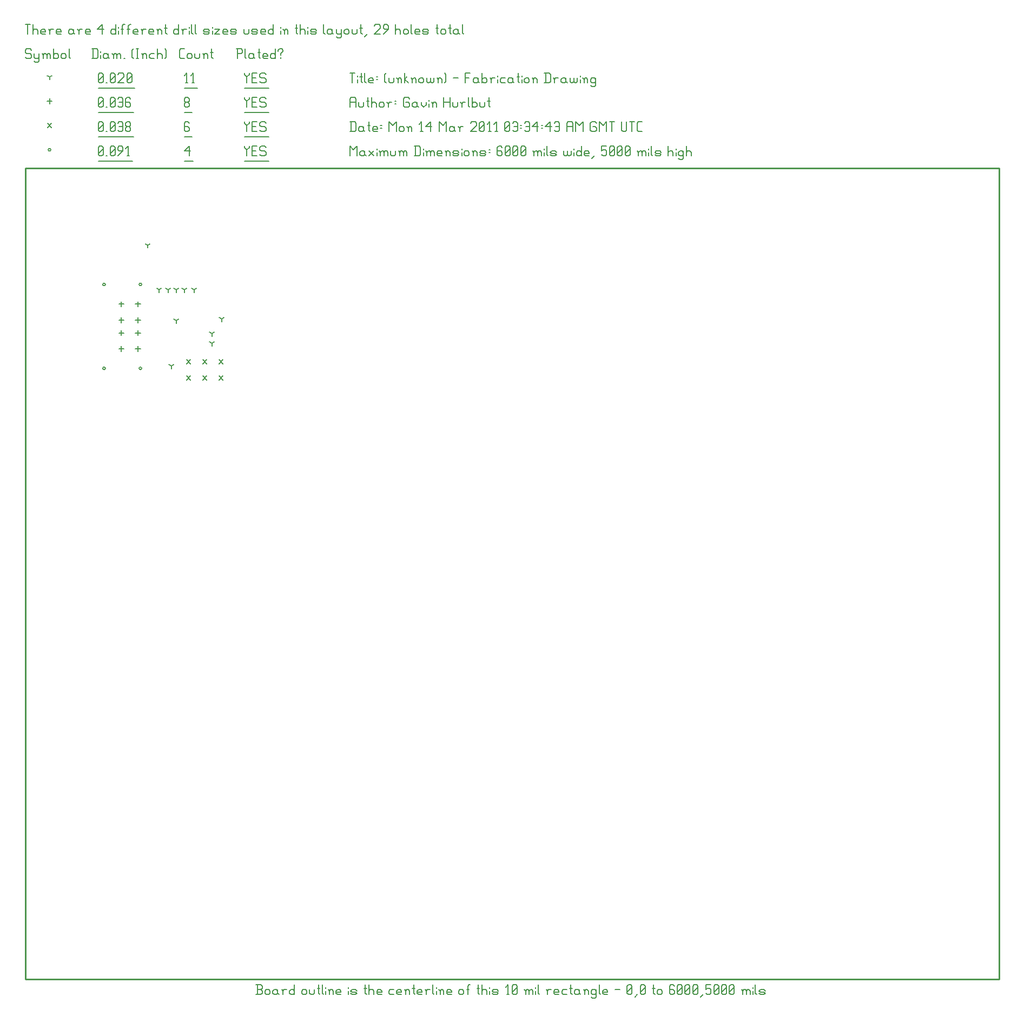
<source format=gbr>
G04 start of page 11 for group -3984 idx -3984 *
G04 Title: (unknown), fab *
G04 Creator: pcb 20091103 *
G04 CreationDate: Mon 14 Mar 2011 03:34:43 AM GMT UTC *
G04 For: gjhurlbu *
G04 Format: Gerber/RS-274X *
G04 PCB-Dimensions: 600000 500000 *
G04 PCB-Coordinate-Origin: lower left *
%MOIN*%
%FSLAX25Y25*%
%LNFAB*%
%ADD11C,0.0100*%
%ADD31R,0.0080X0.0080*%
%ADD32C,0.0060*%
G54D31*X70154Y428222D02*G75*G03X71754Y428222I800J0D01*G01*
G75*G03X70154Y428222I-800J0D01*G01*
X47754D02*G75*G03X49354Y428222I800J0D01*G01*
G75*G03X47754Y428222I-800J0D01*G01*
X70154Y376522D02*G75*G03X71754Y376522I800J0D01*G01*
G75*G03X70154Y376522I-800J0D01*G01*
X47754D02*G75*G03X49354Y376522I800J0D01*G01*
G75*G03X47754Y376522I-800J0D01*G01*
X14200Y511250D02*G75*G03X15800Y511250I800J0D01*G01*
G75*G03X14200Y511250I-800J0D01*G01*
G54D32*X135000Y513500D02*Y512750D01*
X136500Y511250D01*
X138000Y512750D01*
Y513500D02*Y512750D01*
X136500Y511250D02*Y507500D01*
X139801Y510500D02*X142051D01*
X139801Y507500D02*X142801D01*
X139801Y513500D02*Y507500D01*
Y513500D02*X142801D01*
X147603D02*X148353Y512750D01*
X145353Y513500D02*X147603D01*
X144603Y512750D02*X145353Y513500D01*
X144603Y512750D02*Y511250D01*
X145353Y510500D01*
X147603D01*
X148353Y509750D01*
Y508250D01*
X147603Y507500D02*X148353Y508250D01*
X145353Y507500D02*X147603D01*
X144603Y508250D02*X145353Y507500D01*
X135000Y504249D02*X150154D01*
X98000Y510500D02*X101000Y513500D01*
X98000Y510500D02*X101750D01*
X101000Y513500D02*Y507500D01*
X98000Y504249D02*X103551D01*
X45000Y508250D02*X45750Y507500D01*
X45000Y512750D02*Y508250D01*
Y512750D02*X45750Y513500D01*
X47250D01*
X48000Y512750D01*
Y508250D01*
X47250Y507500D02*X48000Y508250D01*
X45750Y507500D02*X47250D01*
X45000Y509000D02*X48000Y512000D01*
X49801Y507500D02*X50551D01*
X52353Y508250D02*X53103Y507500D01*
X52353Y512750D02*Y508250D01*
Y512750D02*X53103Y513500D01*
X54603D01*
X55353Y512750D01*
Y508250D01*
X54603Y507500D02*X55353Y508250D01*
X53103Y507500D02*X54603D01*
X52353Y509000D02*X55353Y512000D01*
X57154Y507500D02*X60154Y510500D01*
Y512750D02*Y510500D01*
X59404Y513500D02*X60154Y512750D01*
X57904Y513500D02*X59404D01*
X57154Y512750D02*X57904Y513500D01*
X57154Y512750D02*Y511250D01*
X57904Y510500D01*
X60154D01*
X62706Y507500D02*X64206D01*
X63456Y513500D02*Y507500D01*
X61956Y512000D02*X63456Y513500D01*
X45000Y504249D02*X66007D01*
X119429Y381797D02*X121829Y379397D01*
X119429D02*X121829Y381797D01*
X119429Y371797D02*X121829Y369397D01*
X119429D02*X121829Y371797D01*
X109429Y381797D02*X111829Y379397D01*
X109429D02*X111829Y381797D01*
X109429Y371797D02*X111829Y369397D01*
X109429D02*X111829Y371797D01*
X99429Y381797D02*X101829Y379397D01*
X99429D02*X101829Y381797D01*
X99429Y371797D02*X101829Y369397D01*
X99429D02*X101829Y371797D01*
X13800Y527450D02*X16200Y525050D01*
X13800D02*X16200Y527450D01*
X135000Y528500D02*Y527750D01*
X136500Y526250D01*
X138000Y527750D01*
Y528500D02*Y527750D01*
X136500Y526250D02*Y522500D01*
X139801Y525500D02*X142051D01*
X139801Y522500D02*X142801D01*
X139801Y528500D02*Y522500D01*
Y528500D02*X142801D01*
X147603D02*X148353Y527750D01*
X145353Y528500D02*X147603D01*
X144603Y527750D02*X145353Y528500D01*
X144603Y527750D02*Y526250D01*
X145353Y525500D01*
X147603D01*
X148353Y524750D01*
Y523250D01*
X147603Y522500D02*X148353Y523250D01*
X145353Y522500D02*X147603D01*
X144603Y523250D02*X145353Y522500D01*
X135000Y519249D02*X150154D01*
X100250Y528500D02*X101000Y527750D01*
X98750Y528500D02*X100250D01*
X98000Y527750D02*X98750Y528500D01*
X98000Y527750D02*Y523250D01*
X98750Y522500D01*
X100250Y525500D02*X101000Y524750D01*
X98000Y525500D02*X100250D01*
X98750Y522500D02*X100250D01*
X101000Y523250D01*
Y524750D02*Y523250D01*
X98000Y519249D02*X102801D01*
X45000Y523250D02*X45750Y522500D01*
X45000Y527750D02*Y523250D01*
Y527750D02*X45750Y528500D01*
X47250D01*
X48000Y527750D01*
Y523250D01*
X47250Y522500D02*X48000Y523250D01*
X45750Y522500D02*X47250D01*
X45000Y524000D02*X48000Y527000D01*
X49801Y522500D02*X50551D01*
X52353Y523250D02*X53103Y522500D01*
X52353Y527750D02*Y523250D01*
Y527750D02*X53103Y528500D01*
X54603D01*
X55353Y527750D01*
Y523250D01*
X54603Y522500D02*X55353Y523250D01*
X53103Y522500D02*X54603D01*
X52353Y524000D02*X55353Y527000D01*
X57154Y527750D02*X57904Y528500D01*
X59404D01*
X60154Y527750D01*
Y523250D01*
X59404Y522500D02*X60154Y523250D01*
X57904Y522500D02*X59404D01*
X57154Y523250D02*X57904Y522500D01*
Y525500D02*X60154D01*
X61956Y523250D02*X62706Y522500D01*
X61956Y524750D02*Y523250D01*
Y524750D02*X62706Y525500D01*
X64206D01*
X64956Y524750D01*
Y523250D01*
X64206Y522500D02*X64956Y523250D01*
X62706Y522500D02*X64206D01*
X61956Y526250D02*X62706Y525500D01*
X61956Y527750D02*Y526250D01*
Y527750D02*X62706Y528500D01*
X64206D01*
X64956Y527750D01*
Y526250D01*
X64206Y525500D02*X64956Y526250D01*
X45000Y519249D02*X66757D01*
X59254Y417722D02*Y414522D01*
X57654Y416122D02*X60854D01*
X59254Y407922D02*Y404722D01*
X57654Y406322D02*X60854D01*
X59254Y400022D02*Y396822D01*
X57654Y398422D02*X60854D01*
X59254Y390222D02*Y387022D01*
X57654Y388622D02*X60854D01*
X69554Y417722D02*Y414522D01*
X67954Y416122D02*X71154D01*
X69554Y407922D02*Y404722D01*
X67954Y406322D02*X71154D01*
X69554Y400022D02*Y396822D01*
X67954Y398422D02*X71154D01*
X69554Y390222D02*Y387022D01*
X67954Y388622D02*X71154D01*
X15000Y542850D02*Y539650D01*
X13400Y541250D02*X16600D01*
X135000Y543500D02*Y542750D01*
X136500Y541250D01*
X138000Y542750D01*
Y543500D02*Y542750D01*
X136500Y541250D02*Y537500D01*
X139801Y540500D02*X142051D01*
X139801Y537500D02*X142801D01*
X139801Y543500D02*Y537500D01*
Y543500D02*X142801D01*
X147603D02*X148353Y542750D01*
X145353Y543500D02*X147603D01*
X144603Y542750D02*X145353Y543500D01*
X144603Y542750D02*Y541250D01*
X145353Y540500D01*
X147603D01*
X148353Y539750D01*
Y538250D01*
X147603Y537500D02*X148353Y538250D01*
X145353Y537500D02*X147603D01*
X144603Y538250D02*X145353Y537500D01*
X135000Y534249D02*X150154D01*
X98000Y538250D02*X98750Y537500D01*
X98000Y539750D02*Y538250D01*
Y539750D02*X98750Y540500D01*
X100250D01*
X101000Y539750D01*
Y538250D01*
X100250Y537500D02*X101000Y538250D01*
X98750Y537500D02*X100250D01*
X98000Y541250D02*X98750Y540500D01*
X98000Y542750D02*Y541250D01*
Y542750D02*X98750Y543500D01*
X100250D01*
X101000Y542750D01*
Y541250D01*
X100250Y540500D02*X101000Y541250D01*
X98000Y534249D02*X102801D01*
X45000Y538250D02*X45750Y537500D01*
X45000Y542750D02*Y538250D01*
Y542750D02*X45750Y543500D01*
X47250D01*
X48000Y542750D01*
Y538250D01*
X47250Y537500D02*X48000Y538250D01*
X45750Y537500D02*X47250D01*
X45000Y539000D02*X48000Y542000D01*
X49801Y537500D02*X50551D01*
X52353Y538250D02*X53103Y537500D01*
X52353Y542750D02*Y538250D01*
Y542750D02*X53103Y543500D01*
X54603D01*
X55353Y542750D01*
Y538250D01*
X54603Y537500D02*X55353Y538250D01*
X53103Y537500D02*X54603D01*
X52353Y539000D02*X55353Y542000D01*
X57154Y542750D02*X57904Y543500D01*
X59404D01*
X60154Y542750D01*
Y538250D01*
X59404Y537500D02*X60154Y538250D01*
X57904Y537500D02*X59404D01*
X57154Y538250D02*X57904Y537500D01*
Y540500D02*X60154D01*
X64206Y543500D02*X64956Y542750D01*
X62706Y543500D02*X64206D01*
X61956Y542750D02*X62706Y543500D01*
X61956Y542750D02*Y538250D01*
X62706Y537500D01*
X64206Y540500D02*X64956Y539750D01*
X61956Y540500D02*X64206D01*
X62706Y537500D02*X64206D01*
X64956Y538250D01*
Y539750D02*Y538250D01*
X45000Y534249D02*X66757D01*
X82500Y425000D02*Y423400D01*
Y425000D02*X83886Y425800D01*
X82500Y425000D02*X81114Y425800D01*
X75500Y452400D02*Y450800D01*
Y452400D02*X76886Y453200D01*
X75500Y452400D02*X74114Y453200D01*
X104000Y425000D02*Y423400D01*
Y425000D02*X105386Y425800D01*
X104000Y425000D02*X102614Y425800D01*
X88000Y425000D02*Y423400D01*
Y425000D02*X89386Y425800D01*
X88000Y425000D02*X86614Y425800D01*
X93000Y425000D02*Y423400D01*
Y425000D02*X94386Y425800D01*
X93000Y425000D02*X91614Y425800D01*
X98000Y425000D02*Y423400D01*
Y425000D02*X99386Y425800D01*
X98000Y425000D02*X96614Y425800D01*
X93000Y406000D02*Y404400D01*
Y406000D02*X94386Y406800D01*
X93000Y406000D02*X91614Y406800D01*
X90000Y378000D02*Y376400D01*
Y378000D02*X91386Y378800D01*
X90000Y378000D02*X88614Y378800D01*
X115000Y392000D02*Y390400D01*
Y392000D02*X116386Y392800D01*
X115000Y392000D02*X113614Y392800D01*
X121000Y407000D02*Y405400D01*
Y407000D02*X122386Y407800D01*
X121000Y407000D02*X119614Y407800D01*
X115000Y398000D02*Y396400D01*
Y398000D02*X116386Y398800D01*
X115000Y398000D02*X113614Y398800D01*
X15000Y556250D02*Y554650D01*
Y556250D02*X16386Y557050D01*
X15000Y556250D02*X13614Y557050D01*
X135000Y558500D02*Y557750D01*
X136500Y556250D01*
X138000Y557750D01*
Y558500D02*Y557750D01*
X136500Y556250D02*Y552500D01*
X139801Y555500D02*X142051D01*
X139801Y552500D02*X142801D01*
X139801Y558500D02*Y552500D01*
Y558500D02*X142801D01*
X147603D02*X148353Y557750D01*
X145353Y558500D02*X147603D01*
X144603Y557750D02*X145353Y558500D01*
X144603Y557750D02*Y556250D01*
X145353Y555500D01*
X147603D01*
X148353Y554750D01*
Y553250D01*
X147603Y552500D02*X148353Y553250D01*
X145353Y552500D02*X147603D01*
X144603Y553250D02*X145353Y552500D01*
X135000Y549249D02*X150154D01*
X98750Y552500D02*X100250D01*
X99500Y558500D02*Y552500D01*
X98000Y557000D02*X99500Y558500D01*
X102801Y552500D02*X104301D01*
X103551Y558500D02*Y552500D01*
X102051Y557000D02*X103551Y558500D01*
X98000Y549249D02*X106103D01*
X45000Y553250D02*X45750Y552500D01*
X45000Y557750D02*Y553250D01*
Y557750D02*X45750Y558500D01*
X47250D01*
X48000Y557750D01*
Y553250D01*
X47250Y552500D02*X48000Y553250D01*
X45750Y552500D02*X47250D01*
X45000Y554000D02*X48000Y557000D01*
X49801Y552500D02*X50551D01*
X52353Y553250D02*X53103Y552500D01*
X52353Y557750D02*Y553250D01*
Y557750D02*X53103Y558500D01*
X54603D01*
X55353Y557750D01*
Y553250D01*
X54603Y552500D02*X55353Y553250D01*
X53103Y552500D02*X54603D01*
X52353Y554000D02*X55353Y557000D01*
X57154Y557750D02*X57904Y558500D01*
X60154D01*
X60904Y557750D01*
Y556250D01*
X57154Y552500D02*X60904Y556250D01*
X57154Y552500D02*X60904D01*
X62706Y553250D02*X63456Y552500D01*
X62706Y557750D02*Y553250D01*
Y557750D02*X63456Y558500D01*
X64956D01*
X65706Y557750D01*
Y553250D01*
X64956Y552500D02*X65706Y553250D01*
X63456Y552500D02*X64956D01*
X62706Y554000D02*X65706Y557000D01*
X45000Y549249D02*X67507D01*
X3000Y573500D02*X3750Y572750D01*
X750Y573500D02*X3000D01*
X0Y572750D02*X750Y573500D01*
X0Y572750D02*Y571250D01*
X750Y570500D01*
X3000D01*
X3750Y569750D01*
Y568250D01*
X3000Y567500D02*X3750Y568250D01*
X750Y567500D02*X3000D01*
X0Y568250D02*X750Y567500D01*
X5551Y570500D02*Y568250D01*
X6301Y567500D01*
X8551Y570500D02*Y566000D01*
X7801Y565250D02*X8551Y566000D01*
X6301Y565250D02*X7801D01*
X5551Y566000D02*X6301Y565250D01*
Y567500D02*X7801D01*
X8551Y568250D01*
X11103Y569750D02*Y567500D01*
Y569750D02*X11853Y570500D01*
X12603D01*
X13353Y569750D01*
Y567500D01*
Y569750D02*X14103Y570500D01*
X14853D01*
X15603Y569750D01*
Y567500D01*
X10353Y570500D02*X11103Y569750D01*
X17404Y573500D02*Y567500D01*
Y568250D02*X18154Y567500D01*
X19654D01*
X20404Y568250D01*
Y569750D02*Y568250D01*
X19654Y570500D02*X20404Y569750D01*
X18154Y570500D02*X19654D01*
X17404Y569750D02*X18154Y570500D01*
X22206Y569750D02*Y568250D01*
Y569750D02*X22956Y570500D01*
X24456D01*
X25206Y569750D01*
Y568250D01*
X24456Y567500D02*X25206Y568250D01*
X22956Y567500D02*X24456D01*
X22206Y568250D02*X22956Y567500D01*
X27007Y573500D02*Y568250D01*
X27757Y567500D01*
X41750Y573500D02*Y567500D01*
X44000Y573500D02*X44750Y572750D01*
Y568250D01*
X44000Y567500D02*X44750Y568250D01*
X41000Y567500D02*X44000D01*
X41000Y573500D02*X44000D01*
X46551Y572000D02*Y571250D01*
Y569750D02*Y567500D01*
X50303Y570500D02*X51053Y569750D01*
X48803Y570500D02*X50303D01*
X48053Y569750D02*X48803Y570500D01*
X48053Y569750D02*Y568250D01*
X48803Y567500D01*
X51053Y570500D02*Y568250D01*
X51803Y567500D01*
X48803D02*X50303D01*
X51053Y568250D01*
X54354Y569750D02*Y567500D01*
Y569750D02*X55104Y570500D01*
X55854D01*
X56604Y569750D01*
Y567500D01*
Y569750D02*X57354Y570500D01*
X58104D01*
X58854Y569750D01*
Y567500D01*
X53604Y570500D02*X54354Y569750D01*
X60656Y567500D02*X61406D01*
X65907Y568250D02*X66657Y567500D01*
X65907Y572750D02*X66657Y573500D01*
X65907Y572750D02*Y568250D01*
X68459Y573500D02*X69959D01*
X69209D02*Y567500D01*
X68459D02*X69959D01*
X72510Y569750D02*Y567500D01*
Y569750D02*X73260Y570500D01*
X74010D01*
X74760Y569750D01*
Y567500D01*
X71760Y570500D02*X72510Y569750D01*
X77312Y570500D02*X79562D01*
X76562Y569750D02*X77312Y570500D01*
X76562Y569750D02*Y568250D01*
X77312Y567500D01*
X79562D01*
X81363Y573500D02*Y567500D01*
Y569750D02*X82113Y570500D01*
X83613D01*
X84363Y569750D01*
Y567500D01*
X86165Y573500D02*X86915Y572750D01*
Y568250D01*
X86165Y567500D02*X86915Y568250D01*
X95750Y567500D02*X98000D01*
X95000Y568250D02*X95750Y567500D01*
X95000Y572750D02*Y568250D01*
Y572750D02*X95750Y573500D01*
X98000D01*
X99801Y569750D02*Y568250D01*
Y569750D02*X100551Y570500D01*
X102051D01*
X102801Y569750D01*
Y568250D01*
X102051Y567500D02*X102801Y568250D01*
X100551Y567500D02*X102051D01*
X99801Y568250D02*X100551Y567500D01*
X104603Y570500D02*Y568250D01*
X105353Y567500D01*
X106853D01*
X107603Y568250D01*
Y570500D02*Y568250D01*
X110154Y569750D02*Y567500D01*
Y569750D02*X110904Y570500D01*
X111654D01*
X112404Y569750D01*
Y567500D01*
X109404Y570500D02*X110154Y569750D01*
X114956Y573500D02*Y568250D01*
X115706Y567500D01*
X114206Y571250D02*X115706D01*
X130750Y573500D02*Y567500D01*
X130000Y573500D02*X133000D01*
X133750Y572750D01*
Y571250D01*
X133000Y570500D02*X133750Y571250D01*
X130750Y570500D02*X133000D01*
X135551Y573500D02*Y568250D01*
X136301Y567500D01*
X140053Y570500D02*X140803Y569750D01*
X138553Y570500D02*X140053D01*
X137803Y569750D02*X138553Y570500D01*
X137803Y569750D02*Y568250D01*
X138553Y567500D01*
X140803Y570500D02*Y568250D01*
X141553Y567500D01*
X138553D02*X140053D01*
X140803Y568250D01*
X144104Y573500D02*Y568250D01*
X144854Y567500D01*
X143354Y571250D02*X144854D01*
X147106Y567500D02*X149356D01*
X146356Y568250D02*X147106Y567500D01*
X146356Y569750D02*Y568250D01*
Y569750D02*X147106Y570500D01*
X148606D01*
X149356Y569750D01*
X146356Y569000D02*X149356D01*
Y569750D02*Y569000D01*
X154157Y573500D02*Y567500D01*
X153407D02*X154157Y568250D01*
X151907Y567500D02*X153407D01*
X151157Y568250D02*X151907Y567500D01*
X151157Y569750D02*Y568250D01*
Y569750D02*X151907Y570500D01*
X153407D01*
X154157Y569750D01*
X157459Y570500D02*Y569750D01*
Y568250D02*Y567500D01*
X155959Y572750D02*Y572000D01*
Y572750D02*X156709Y573500D01*
X158209D01*
X158959Y572750D01*
Y572000D01*
X157459Y570500D02*X158959Y572000D01*
X0Y588500D02*X3000D01*
X1500D02*Y582500D01*
X4801Y588500D02*Y582500D01*
Y584750D02*X5551Y585500D01*
X7051D01*
X7801Y584750D01*
Y582500D01*
X10353D02*X12603D01*
X9603Y583250D02*X10353Y582500D01*
X9603Y584750D02*Y583250D01*
Y584750D02*X10353Y585500D01*
X11853D01*
X12603Y584750D01*
X9603Y584000D02*X12603D01*
Y584750D02*Y584000D01*
X15154Y584750D02*Y582500D01*
Y584750D02*X15904Y585500D01*
X17404D01*
X14404D02*X15154Y584750D01*
X19956Y582500D02*X22206D01*
X19206Y583250D02*X19956Y582500D01*
X19206Y584750D02*Y583250D01*
Y584750D02*X19956Y585500D01*
X21456D01*
X22206Y584750D01*
X19206Y584000D02*X22206D01*
Y584750D02*Y584000D01*
X28957Y585500D02*X29707Y584750D01*
X27457Y585500D02*X28957D01*
X26707Y584750D02*X27457Y585500D01*
X26707Y584750D02*Y583250D01*
X27457Y582500D01*
X29707Y585500D02*Y583250D01*
X30457Y582500D01*
X27457D02*X28957D01*
X29707Y583250D01*
X33009Y584750D02*Y582500D01*
Y584750D02*X33759Y585500D01*
X35259D01*
X32259D02*X33009Y584750D01*
X37810Y582500D02*X40060D01*
X37060Y583250D02*X37810Y582500D01*
X37060Y584750D02*Y583250D01*
Y584750D02*X37810Y585500D01*
X39310D01*
X40060Y584750D01*
X37060Y584000D02*X40060D01*
Y584750D02*Y584000D01*
X44562Y585500D02*X47562Y588500D01*
X44562Y585500D02*X48312D01*
X47562Y588500D02*Y582500D01*
X55813Y588500D02*Y582500D01*
X55063D02*X55813Y583250D01*
X53563Y582500D02*X55063D01*
X52813Y583250D02*X53563Y582500D01*
X52813Y584750D02*Y583250D01*
Y584750D02*X53563Y585500D01*
X55063D01*
X55813Y584750D01*
X57615Y587000D02*Y586250D01*
Y584750D02*Y582500D01*
X59866Y587750D02*Y582500D01*
Y587750D02*X60616Y588500D01*
X61366D01*
X59116Y585500D02*X60616D01*
X63618Y587750D02*Y582500D01*
Y587750D02*X64368Y588500D01*
X65118D01*
X62868Y585500D02*X64368D01*
X67369Y582500D02*X69619D01*
X66619Y583250D02*X67369Y582500D01*
X66619Y584750D02*Y583250D01*
Y584750D02*X67369Y585500D01*
X68869D01*
X69619Y584750D01*
X66619Y584000D02*X69619D01*
Y584750D02*Y584000D01*
X72171Y584750D02*Y582500D01*
Y584750D02*X72921Y585500D01*
X74421D01*
X71421D02*X72171Y584750D01*
X76972Y582500D02*X79222D01*
X76222Y583250D02*X76972Y582500D01*
X76222Y584750D02*Y583250D01*
Y584750D02*X76972Y585500D01*
X78472D01*
X79222Y584750D01*
X76222Y584000D02*X79222D01*
Y584750D02*Y584000D01*
X81774Y584750D02*Y582500D01*
Y584750D02*X82524Y585500D01*
X83274D01*
X84024Y584750D01*
Y582500D01*
X81024Y585500D02*X81774Y584750D01*
X86575Y588500D02*Y583250D01*
X87325Y582500D01*
X85825Y586250D02*X87325D01*
X94527Y588500D02*Y582500D01*
X93777D02*X94527Y583250D01*
X92277Y582500D02*X93777D01*
X91527Y583250D02*X92277Y582500D01*
X91527Y584750D02*Y583250D01*
Y584750D02*X92277Y585500D01*
X93777D01*
X94527Y584750D01*
X97078D02*Y582500D01*
Y584750D02*X97828Y585500D01*
X99328D01*
X96328D02*X97078Y584750D01*
X101130Y587000D02*Y586250D01*
Y584750D02*Y582500D01*
X102631Y588500D02*Y583250D01*
X103381Y582500D01*
X104883Y588500D02*Y583250D01*
X105633Y582500D01*
X110584D02*X112834D01*
X113584Y583250D01*
X112834Y584000D02*X113584Y583250D01*
X110584Y584000D02*X112834D01*
X109834Y584750D02*X110584Y584000D01*
X109834Y584750D02*X110584Y585500D01*
X112834D01*
X113584Y584750D01*
X109834Y583250D02*X110584Y582500D01*
X115386Y587000D02*Y586250D01*
Y584750D02*Y582500D01*
X116887Y585500D02*X119887D01*
X116887Y582500D02*X119887Y585500D01*
X116887Y582500D02*X119887D01*
X122439D02*X124689D01*
X121689Y583250D02*X122439Y582500D01*
X121689Y584750D02*Y583250D01*
Y584750D02*X122439Y585500D01*
X123939D01*
X124689Y584750D01*
X121689Y584000D02*X124689D01*
Y584750D02*Y584000D01*
X127240Y582500D02*X129490D01*
X130240Y583250D01*
X129490Y584000D02*X130240Y583250D01*
X127240Y584000D02*X129490D01*
X126490Y584750D02*X127240Y584000D01*
X126490Y584750D02*X127240Y585500D01*
X129490D01*
X130240Y584750D01*
X126490Y583250D02*X127240Y582500D01*
X134742Y585500D02*Y583250D01*
X135492Y582500D01*
X136992D01*
X137742Y583250D01*
Y585500D02*Y583250D01*
X140293Y582500D02*X142543D01*
X143293Y583250D01*
X142543Y584000D02*X143293Y583250D01*
X140293Y584000D02*X142543D01*
X139543Y584750D02*X140293Y584000D01*
X139543Y584750D02*X140293Y585500D01*
X142543D01*
X143293Y584750D01*
X139543Y583250D02*X140293Y582500D01*
X145845D02*X148095D01*
X145095Y583250D02*X145845Y582500D01*
X145095Y584750D02*Y583250D01*
Y584750D02*X145845Y585500D01*
X147345D01*
X148095Y584750D01*
X145095Y584000D02*X148095D01*
Y584750D02*Y584000D01*
X152896Y588500D02*Y582500D01*
X152146D02*X152896Y583250D01*
X150646Y582500D02*X152146D01*
X149896Y583250D02*X150646Y582500D01*
X149896Y584750D02*Y583250D01*
Y584750D02*X150646Y585500D01*
X152146D01*
X152896Y584750D01*
X157398Y587000D02*Y586250D01*
Y584750D02*Y582500D01*
X159649Y584750D02*Y582500D01*
Y584750D02*X160399Y585500D01*
X161149D01*
X161899Y584750D01*
Y582500D01*
X158899Y585500D02*X159649Y584750D01*
X167151Y588500D02*Y583250D01*
X167901Y582500D01*
X166401Y586250D02*X167901D01*
X169402Y588500D02*Y582500D01*
Y584750D02*X170152Y585500D01*
X171652D01*
X172402Y584750D01*
Y582500D01*
X174204Y587000D02*Y586250D01*
Y584750D02*Y582500D01*
X176455D02*X178705D01*
X179455Y583250D01*
X178705Y584000D02*X179455Y583250D01*
X176455Y584000D02*X178705D01*
X175705Y584750D02*X176455Y584000D01*
X175705Y584750D02*X176455Y585500D01*
X178705D01*
X179455Y584750D01*
X175705Y583250D02*X176455Y582500D01*
X183957Y588500D02*Y583250D01*
X184707Y582500D01*
X188458Y585500D02*X189208Y584750D01*
X186958Y585500D02*X188458D01*
X186208Y584750D02*X186958Y585500D01*
X186208Y584750D02*Y583250D01*
X186958Y582500D01*
X189208Y585500D02*Y583250D01*
X189958Y582500D01*
X186958D02*X188458D01*
X189208Y583250D01*
X191760Y585500D02*Y583250D01*
X192510Y582500D01*
X194760Y585500D02*Y581000D01*
X194010Y580250D02*X194760Y581000D01*
X192510Y580250D02*X194010D01*
X191760Y581000D02*X192510Y580250D01*
Y582500D02*X194010D01*
X194760Y583250D01*
X196561Y584750D02*Y583250D01*
Y584750D02*X197311Y585500D01*
X198811D01*
X199561Y584750D01*
Y583250D01*
X198811Y582500D02*X199561Y583250D01*
X197311Y582500D02*X198811D01*
X196561Y583250D02*X197311Y582500D01*
X201363Y585500D02*Y583250D01*
X202113Y582500D01*
X203613D01*
X204363Y583250D01*
Y585500D02*Y583250D01*
X206914Y588500D02*Y583250D01*
X207664Y582500D01*
X206164Y586250D02*X207664D01*
X209166Y581000D02*X210666Y582500D01*
X215167Y587750D02*X215917Y588500D01*
X218167D01*
X218917Y587750D01*
Y586250D01*
X215167Y582500D02*X218917Y586250D01*
X215167Y582500D02*X218917D01*
X220719D02*X223719Y585500D01*
Y587750D02*Y585500D01*
X222969Y588500D02*X223719Y587750D01*
X221469Y588500D02*X222969D01*
X220719Y587750D02*X221469Y588500D01*
X220719Y587750D02*Y586250D01*
X221469Y585500D01*
X223719D01*
X228220Y588500D02*Y582500D01*
Y584750D02*X228970Y585500D01*
X230470D01*
X231220Y584750D01*
Y582500D01*
X233022Y584750D02*Y583250D01*
Y584750D02*X233772Y585500D01*
X235272D01*
X236022Y584750D01*
Y583250D01*
X235272Y582500D02*X236022Y583250D01*
X233772Y582500D02*X235272D01*
X233022Y583250D02*X233772Y582500D01*
X237823Y588500D02*Y583250D01*
X238573Y582500D01*
X240825D02*X243075D01*
X240075Y583250D02*X240825Y582500D01*
X240075Y584750D02*Y583250D01*
Y584750D02*X240825Y585500D01*
X242325D01*
X243075Y584750D01*
X240075Y584000D02*X243075D01*
Y584750D02*Y584000D01*
X245626Y582500D02*X247876D01*
X248626Y583250D01*
X247876Y584000D02*X248626Y583250D01*
X245626Y584000D02*X247876D01*
X244876Y584750D02*X245626Y584000D01*
X244876Y584750D02*X245626Y585500D01*
X247876D01*
X248626Y584750D01*
X244876Y583250D02*X245626Y582500D01*
X253878Y588500D02*Y583250D01*
X254628Y582500D01*
X253128Y586250D02*X254628D01*
X256129Y584750D02*Y583250D01*
Y584750D02*X256879Y585500D01*
X258379D01*
X259129Y584750D01*
Y583250D01*
X258379Y582500D02*X259129Y583250D01*
X256879Y582500D02*X258379D01*
X256129Y583250D02*X256879Y582500D01*
X261681Y588500D02*Y583250D01*
X262431Y582500D01*
X260931Y586250D02*X262431D01*
X266182Y585500D02*X266932Y584750D01*
X264682Y585500D02*X266182D01*
X263932Y584750D02*X264682Y585500D01*
X263932Y584750D02*Y583250D01*
X264682Y582500D01*
X266932Y585500D02*Y583250D01*
X267682Y582500D01*
X264682D02*X266182D01*
X266932Y583250D01*
X269484Y588500D02*Y583250D01*
X270234Y582500D01*
G54D11*X0Y500000D02*X600000D01*
X0D02*Y0D01*
X600000Y500000D02*Y0D01*
X0D02*X600000D01*
G54D32*X200000Y513500D02*Y507500D01*
Y513500D02*X202250Y511250D01*
X204500Y513500D01*
Y507500D01*
X208551Y510500D02*X209301Y509750D01*
X207051Y510500D02*X208551D01*
X206301Y509750D02*X207051Y510500D01*
X206301Y509750D02*Y508250D01*
X207051Y507500D01*
X209301Y510500D02*Y508250D01*
X210051Y507500D01*
X207051D02*X208551D01*
X209301Y508250D01*
X211853Y510500D02*X214853Y507500D01*
X211853D02*X214853Y510500D01*
X216654Y512000D02*Y511250D01*
Y509750D02*Y507500D01*
X218906Y509750D02*Y507500D01*
Y509750D02*X219656Y510500D01*
X220406D01*
X221156Y509750D01*
Y507500D01*
Y509750D02*X221906Y510500D01*
X222656D01*
X223406Y509750D01*
Y507500D01*
X218156Y510500D02*X218906Y509750D01*
X225207Y510500D02*Y508250D01*
X225957Y507500D01*
X227457D01*
X228207Y508250D01*
Y510500D02*Y508250D01*
X230759Y509750D02*Y507500D01*
Y509750D02*X231509Y510500D01*
X232259D01*
X233009Y509750D01*
Y507500D01*
Y509750D02*X233759Y510500D01*
X234509D01*
X235259Y509750D01*
Y507500D01*
X230009Y510500D02*X230759Y509750D01*
X240510Y513500D02*Y507500D01*
X242760Y513500D02*X243510Y512750D01*
Y508250D01*
X242760Y507500D02*X243510Y508250D01*
X239760Y507500D02*X242760D01*
X239760Y513500D02*X242760D01*
X245312Y512000D02*Y511250D01*
Y509750D02*Y507500D01*
X247563Y509750D02*Y507500D01*
Y509750D02*X248313Y510500D01*
X249063D01*
X249813Y509750D01*
Y507500D01*
Y509750D02*X250563Y510500D01*
X251313D01*
X252063Y509750D01*
Y507500D01*
X246813Y510500D02*X247563Y509750D01*
X254615Y507500D02*X256865D01*
X253865Y508250D02*X254615Y507500D01*
X253865Y509750D02*Y508250D01*
Y509750D02*X254615Y510500D01*
X256115D01*
X256865Y509750D01*
X253865Y509000D02*X256865D01*
Y509750D02*Y509000D01*
X259416Y509750D02*Y507500D01*
Y509750D02*X260166Y510500D01*
X260916D01*
X261666Y509750D01*
Y507500D01*
X258666Y510500D02*X259416Y509750D01*
X264218Y507500D02*X266468D01*
X267218Y508250D01*
X266468Y509000D02*X267218Y508250D01*
X264218Y509000D02*X266468D01*
X263468Y509750D02*X264218Y509000D01*
X263468Y509750D02*X264218Y510500D01*
X266468D01*
X267218Y509750D01*
X263468Y508250D02*X264218Y507500D01*
X269019Y512000D02*Y511250D01*
Y509750D02*Y507500D01*
X270521Y509750D02*Y508250D01*
Y509750D02*X271271Y510500D01*
X272771D01*
X273521Y509750D01*
Y508250D01*
X272771Y507500D02*X273521Y508250D01*
X271271Y507500D02*X272771D01*
X270521Y508250D02*X271271Y507500D01*
X276072Y509750D02*Y507500D01*
Y509750D02*X276822Y510500D01*
X277572D01*
X278322Y509750D01*
Y507500D01*
X275322Y510500D02*X276072Y509750D01*
X280874Y507500D02*X283124D01*
X283874Y508250D01*
X283124Y509000D02*X283874Y508250D01*
X280874Y509000D02*X283124D01*
X280124Y509750D02*X280874Y509000D01*
X280124Y509750D02*X280874Y510500D01*
X283124D01*
X283874Y509750D01*
X280124Y508250D02*X280874Y507500D01*
X285675Y511250D02*X286425D01*
X285675Y509750D02*X286425D01*
X293177Y513500D02*X293927Y512750D01*
X291677Y513500D02*X293177D01*
X290927Y512750D02*X291677Y513500D01*
X290927Y512750D02*Y508250D01*
X291677Y507500D01*
X293177Y510500D02*X293927Y509750D01*
X290927Y510500D02*X293177D01*
X291677Y507500D02*X293177D01*
X293927Y508250D01*
Y509750D02*Y508250D01*
X295728D02*X296478Y507500D01*
X295728Y512750D02*Y508250D01*
Y512750D02*X296478Y513500D01*
X297978D01*
X298728Y512750D01*
Y508250D01*
X297978Y507500D02*X298728Y508250D01*
X296478Y507500D02*X297978D01*
X295728Y509000D02*X298728Y512000D01*
X300530Y508250D02*X301280Y507500D01*
X300530Y512750D02*Y508250D01*
Y512750D02*X301280Y513500D01*
X302780D01*
X303530Y512750D01*
Y508250D01*
X302780Y507500D02*X303530Y508250D01*
X301280Y507500D02*X302780D01*
X300530Y509000D02*X303530Y512000D01*
X305331Y508250D02*X306081Y507500D01*
X305331Y512750D02*Y508250D01*
Y512750D02*X306081Y513500D01*
X307581D01*
X308331Y512750D01*
Y508250D01*
X307581Y507500D02*X308331Y508250D01*
X306081Y507500D02*X307581D01*
X305331Y509000D02*X308331Y512000D01*
X313583Y509750D02*Y507500D01*
Y509750D02*X314333Y510500D01*
X315083D01*
X315833Y509750D01*
Y507500D01*
Y509750D02*X316583Y510500D01*
X317333D01*
X318083Y509750D01*
Y507500D01*
X312833Y510500D02*X313583Y509750D01*
X319884Y512000D02*Y511250D01*
Y509750D02*Y507500D01*
X321386Y513500D02*Y508250D01*
X322136Y507500D01*
X324387D02*X326637D01*
X327387Y508250D01*
X326637Y509000D02*X327387Y508250D01*
X324387Y509000D02*X326637D01*
X323637Y509750D02*X324387Y509000D01*
X323637Y509750D02*X324387Y510500D01*
X326637D01*
X327387Y509750D01*
X323637Y508250D02*X324387Y507500D01*
X331889Y510500D02*Y508250D01*
X332639Y507500D01*
X333389D01*
X334139Y508250D01*
Y510500D02*Y508250D01*
X334889Y507500D01*
X335639D01*
X336389Y508250D01*
Y510500D02*Y508250D01*
X338190Y512000D02*Y511250D01*
Y509750D02*Y507500D01*
X342692Y513500D02*Y507500D01*
X341942D02*X342692Y508250D01*
X340442Y507500D02*X341942D01*
X339692Y508250D02*X340442Y507500D01*
X339692Y509750D02*Y508250D01*
Y509750D02*X340442Y510500D01*
X341942D01*
X342692Y509750D01*
X345243Y507500D02*X347493D01*
X344493Y508250D02*X345243Y507500D01*
X344493Y509750D02*Y508250D01*
Y509750D02*X345243Y510500D01*
X346743D01*
X347493Y509750D01*
X344493Y509000D02*X347493D01*
Y509750D02*Y509000D01*
X349295Y506000D02*X350795Y507500D01*
X355296Y513500D02*X358296D01*
X355296D02*Y510500D01*
X356046Y511250D01*
X357546D01*
X358296Y510500D01*
Y508250D01*
X357546Y507500D02*X358296Y508250D01*
X356046Y507500D02*X357546D01*
X355296Y508250D02*X356046Y507500D01*
X360098Y508250D02*X360848Y507500D01*
X360098Y512750D02*Y508250D01*
Y512750D02*X360848Y513500D01*
X362348D01*
X363098Y512750D01*
Y508250D01*
X362348Y507500D02*X363098Y508250D01*
X360848Y507500D02*X362348D01*
X360098Y509000D02*X363098Y512000D01*
X364899Y508250D02*X365649Y507500D01*
X364899Y512750D02*Y508250D01*
Y512750D02*X365649Y513500D01*
X367149D01*
X367899Y512750D01*
Y508250D01*
X367149Y507500D02*X367899Y508250D01*
X365649Y507500D02*X367149D01*
X364899Y509000D02*X367899Y512000D01*
X369701Y508250D02*X370451Y507500D01*
X369701Y512750D02*Y508250D01*
Y512750D02*X370451Y513500D01*
X371951D01*
X372701Y512750D01*
Y508250D01*
X371951Y507500D02*X372701Y508250D01*
X370451Y507500D02*X371951D01*
X369701Y509000D02*X372701Y512000D01*
X377952Y509750D02*Y507500D01*
Y509750D02*X378702Y510500D01*
X379452D01*
X380202Y509750D01*
Y507500D01*
Y509750D02*X380952Y510500D01*
X381702D01*
X382452Y509750D01*
Y507500D01*
X377202Y510500D02*X377952Y509750D01*
X384254Y512000D02*Y511250D01*
Y509750D02*Y507500D01*
X385755Y513500D02*Y508250D01*
X386505Y507500D01*
X388757D02*X391007D01*
X391757Y508250D01*
X391007Y509000D02*X391757Y508250D01*
X388757Y509000D02*X391007D01*
X388007Y509750D02*X388757Y509000D01*
X388007Y509750D02*X388757Y510500D01*
X391007D01*
X391757Y509750D01*
X388007Y508250D02*X388757Y507500D01*
X396258Y513500D02*Y507500D01*
Y509750D02*X397008Y510500D01*
X398508D01*
X399258Y509750D01*
Y507500D01*
X401060Y512000D02*Y511250D01*
Y509750D02*Y507500D01*
X404811Y510500D02*X405561Y509750D01*
X403311Y510500D02*X404811D01*
X402561Y509750D02*X403311Y510500D01*
X402561Y509750D02*Y508250D01*
X403311Y507500D01*
X404811D01*
X405561Y508250D01*
X402561Y506000D02*X403311Y505250D01*
X404811D01*
X405561Y506000D01*
Y510500D02*Y506000D01*
X407363Y513500D02*Y507500D01*
Y509750D02*X408113Y510500D01*
X409613D01*
X410363Y509750D01*
Y507500D01*
X142226Y-9500D02*X145226D01*
X145976Y-8750D01*
Y-7250D02*Y-8750D01*
X145226Y-6500D02*X145976Y-7250D01*
X142976Y-6500D02*X145226D01*
X142976Y-3500D02*Y-9500D01*
X142226Y-3500D02*X145226D01*
X145976Y-4250D01*
Y-5750D01*
X145226Y-6500D02*X145976Y-5750D01*
X147777Y-7250D02*Y-8750D01*
Y-7250D02*X148527Y-6500D01*
X150027D01*
X150777Y-7250D01*
Y-8750D01*
X150027Y-9500D02*X150777Y-8750D01*
X148527Y-9500D02*X150027D01*
X147777Y-8750D02*X148527Y-9500D01*
X154829Y-6500D02*X155579Y-7250D01*
X153329Y-6500D02*X154829D01*
X152579Y-7250D02*X153329Y-6500D01*
X152579Y-7250D02*Y-8750D01*
X153329Y-9500D01*
X155579Y-6500D02*Y-8750D01*
X156329Y-9500D01*
X153329D02*X154829D01*
X155579Y-8750D01*
X158880Y-7250D02*Y-9500D01*
Y-7250D02*X159630Y-6500D01*
X161130D01*
X158130D02*X158880Y-7250D01*
X165932Y-3500D02*Y-9500D01*
X165182D02*X165932Y-8750D01*
X163682Y-9500D02*X165182D01*
X162932Y-8750D02*X163682Y-9500D01*
X162932Y-7250D02*Y-8750D01*
Y-7250D02*X163682Y-6500D01*
X165182D01*
X165932Y-7250D01*
X170433D02*Y-8750D01*
Y-7250D02*X171183Y-6500D01*
X172683D01*
X173433Y-7250D01*
Y-8750D01*
X172683Y-9500D02*X173433Y-8750D01*
X171183Y-9500D02*X172683D01*
X170433Y-8750D02*X171183Y-9500D01*
X175235Y-6500D02*Y-8750D01*
X175985Y-9500D01*
X177485D01*
X178235Y-8750D01*
Y-6500D02*Y-8750D01*
X180786Y-3500D02*Y-8750D01*
X181536Y-9500D01*
X180036Y-5750D02*X181536D01*
X183038Y-3500D02*Y-8750D01*
X183788Y-9500D01*
X185289Y-5000D02*Y-5750D01*
Y-7250D02*Y-9500D01*
X187541Y-7250D02*Y-9500D01*
Y-7250D02*X188291Y-6500D01*
X189041D01*
X189791Y-7250D01*
Y-9500D01*
X186791Y-6500D02*X187541Y-7250D01*
X192342Y-9500D02*X194592D01*
X191592Y-8750D02*X192342Y-9500D01*
X191592Y-7250D02*Y-8750D01*
Y-7250D02*X192342Y-6500D01*
X193842D01*
X194592Y-7250D01*
X191592Y-8000D02*X194592D01*
Y-7250D02*Y-8000D01*
X199094Y-5000D02*Y-5750D01*
Y-7250D02*Y-9500D01*
X201345D02*X203595D01*
X204345Y-8750D01*
X203595Y-8000D02*X204345Y-8750D01*
X201345Y-8000D02*X203595D01*
X200595Y-7250D02*X201345Y-8000D01*
X200595Y-7250D02*X201345Y-6500D01*
X203595D01*
X204345Y-7250D01*
X200595Y-8750D02*X201345Y-9500D01*
X209597Y-3500D02*Y-8750D01*
X210347Y-9500D01*
X208847Y-5750D02*X210347D01*
X211848Y-3500D02*Y-9500D01*
Y-7250D02*X212598Y-6500D01*
X214098D01*
X214848Y-7250D01*
Y-9500D01*
X217400D02*X219650D01*
X216650Y-8750D02*X217400Y-9500D01*
X216650Y-7250D02*Y-8750D01*
Y-7250D02*X217400Y-6500D01*
X218900D01*
X219650Y-7250D01*
X216650Y-8000D02*X219650D01*
Y-7250D02*Y-8000D01*
X224901Y-6500D02*X227151D01*
X224151Y-7250D02*X224901Y-6500D01*
X224151Y-7250D02*Y-8750D01*
X224901Y-9500D01*
X227151D01*
X229703D02*X231953D01*
X228953Y-8750D02*X229703Y-9500D01*
X228953Y-7250D02*Y-8750D01*
Y-7250D02*X229703Y-6500D01*
X231203D01*
X231953Y-7250D01*
X228953Y-8000D02*X231953D01*
Y-7250D02*Y-8000D01*
X234504Y-7250D02*Y-9500D01*
Y-7250D02*X235254Y-6500D01*
X236004D01*
X236754Y-7250D01*
Y-9500D01*
X233754Y-6500D02*X234504Y-7250D01*
X239306Y-3500D02*Y-8750D01*
X240056Y-9500D01*
X238556Y-5750D02*X240056D01*
X242307Y-9500D02*X244557D01*
X241557Y-8750D02*X242307Y-9500D01*
X241557Y-7250D02*Y-8750D01*
Y-7250D02*X242307Y-6500D01*
X243807D01*
X244557Y-7250D01*
X241557Y-8000D02*X244557D01*
Y-7250D02*Y-8000D01*
X247109Y-7250D02*Y-9500D01*
Y-7250D02*X247859Y-6500D01*
X249359D01*
X246359D02*X247109Y-7250D01*
X251160Y-3500D02*Y-8750D01*
X251910Y-9500D01*
X253412Y-5000D02*Y-5750D01*
Y-7250D02*Y-9500D01*
X255663Y-7250D02*Y-9500D01*
Y-7250D02*X256413Y-6500D01*
X257163D01*
X257913Y-7250D01*
Y-9500D01*
X254913Y-6500D02*X255663Y-7250D01*
X260465Y-9500D02*X262715D01*
X259715Y-8750D02*X260465Y-9500D01*
X259715Y-7250D02*Y-8750D01*
Y-7250D02*X260465Y-6500D01*
X261965D01*
X262715Y-7250D01*
X259715Y-8000D02*X262715D01*
Y-7250D02*Y-8000D01*
X267216Y-7250D02*Y-8750D01*
Y-7250D02*X267966Y-6500D01*
X269466D01*
X270216Y-7250D01*
Y-8750D01*
X269466Y-9500D02*X270216Y-8750D01*
X267966Y-9500D02*X269466D01*
X267216Y-8750D02*X267966Y-9500D01*
X272768Y-4250D02*Y-9500D01*
Y-4250D02*X273518Y-3500D01*
X274268D01*
X272018Y-6500D02*X273518D01*
X279219Y-3500D02*Y-8750D01*
X279969Y-9500D01*
X278469Y-5750D02*X279969D01*
X281471Y-3500D02*Y-9500D01*
Y-7250D02*X282221Y-6500D01*
X283721D01*
X284471Y-7250D01*
Y-9500D01*
X286272Y-5000D02*Y-5750D01*
Y-7250D02*Y-9500D01*
X288524D02*X290774D01*
X291524Y-8750D01*
X290774Y-8000D02*X291524Y-8750D01*
X288524Y-8000D02*X290774D01*
X287774Y-7250D02*X288524Y-8000D01*
X287774Y-7250D02*X288524Y-6500D01*
X290774D01*
X291524Y-7250D01*
X287774Y-8750D02*X288524Y-9500D01*
X296775D02*X298275D01*
X297525Y-3500D02*Y-9500D01*
X296025Y-5000D02*X297525Y-3500D01*
X300077Y-8750D02*X300827Y-9500D01*
X300077Y-4250D02*Y-8750D01*
Y-4250D02*X300827Y-3500D01*
X302327D01*
X303077Y-4250D01*
Y-8750D01*
X302327Y-9500D02*X303077Y-8750D01*
X300827Y-9500D02*X302327D01*
X300077Y-8000D02*X303077Y-5000D01*
X308328Y-7250D02*Y-9500D01*
Y-7250D02*X309078Y-6500D01*
X309828D01*
X310578Y-7250D01*
Y-9500D01*
Y-7250D02*X311328Y-6500D01*
X312078D01*
X312828Y-7250D01*
Y-9500D01*
X307578Y-6500D02*X308328Y-7250D01*
X314630Y-5000D02*Y-5750D01*
Y-7250D02*Y-9500D01*
X316131Y-3500D02*Y-8750D01*
X316881Y-9500D01*
X321833Y-7250D02*Y-9500D01*
Y-7250D02*X322583Y-6500D01*
X324083D01*
X321083D02*X321833Y-7250D01*
X326634Y-9500D02*X328884D01*
X325884Y-8750D02*X326634Y-9500D01*
X325884Y-7250D02*Y-8750D01*
Y-7250D02*X326634Y-6500D01*
X328134D01*
X328884Y-7250D01*
X325884Y-8000D02*X328884D01*
Y-7250D02*Y-8000D01*
X331436Y-6500D02*X333686D01*
X330686Y-7250D02*X331436Y-6500D01*
X330686Y-7250D02*Y-8750D01*
X331436Y-9500D01*
X333686D01*
X336237Y-3500D02*Y-8750D01*
X336987Y-9500D01*
X335487Y-5750D02*X336987D01*
X340739Y-6500D02*X341489Y-7250D01*
X339239Y-6500D02*X340739D01*
X338489Y-7250D02*X339239Y-6500D01*
X338489Y-7250D02*Y-8750D01*
X339239Y-9500D01*
X341489Y-6500D02*Y-8750D01*
X342239Y-9500D01*
X339239D02*X340739D01*
X341489Y-8750D01*
X344790Y-7250D02*Y-9500D01*
Y-7250D02*X345540Y-6500D01*
X346290D01*
X347040Y-7250D01*
Y-9500D01*
X344040Y-6500D02*X344790Y-7250D01*
X351092Y-6500D02*X351842Y-7250D01*
X349592Y-6500D02*X351092D01*
X348842Y-7250D02*X349592Y-6500D01*
X348842Y-7250D02*Y-8750D01*
X349592Y-9500D01*
X351092D01*
X351842Y-8750D01*
X348842Y-11000D02*X349592Y-11750D01*
X351092D01*
X351842Y-11000D01*
Y-6500D02*Y-11000D01*
X353643Y-3500D02*Y-8750D01*
X354393Y-9500D01*
X356645D02*X358895D01*
X355895Y-8750D02*X356645Y-9500D01*
X355895Y-7250D02*Y-8750D01*
Y-7250D02*X356645Y-6500D01*
X358145D01*
X358895Y-7250D01*
X355895Y-8000D02*X358895D01*
Y-7250D02*Y-8000D01*
X363396Y-6500D02*X366396D01*
X370898Y-8750D02*X371648Y-9500D01*
X370898Y-4250D02*Y-8750D01*
Y-4250D02*X371648Y-3500D01*
X373148D01*
X373898Y-4250D01*
Y-8750D01*
X373148Y-9500D02*X373898Y-8750D01*
X371648Y-9500D02*X373148D01*
X370898Y-8000D02*X373898Y-5000D01*
X375699Y-11000D02*X377199Y-9500D01*
X379001Y-8750D02*X379751Y-9500D01*
X379001Y-4250D02*Y-8750D01*
Y-4250D02*X379751Y-3500D01*
X381251D01*
X382001Y-4250D01*
Y-8750D01*
X381251Y-9500D02*X382001Y-8750D01*
X379751Y-9500D02*X381251D01*
X379001Y-8000D02*X382001Y-5000D01*
X387252Y-3500D02*Y-8750D01*
X388002Y-9500D01*
X386502Y-5750D02*X388002D01*
X389504Y-7250D02*Y-8750D01*
Y-7250D02*X390254Y-6500D01*
X391754D01*
X392504Y-7250D01*
Y-8750D01*
X391754Y-9500D02*X392504Y-8750D01*
X390254Y-9500D02*X391754D01*
X389504Y-8750D02*X390254Y-9500D01*
X399255Y-3500D02*X400005Y-4250D01*
X397755Y-3500D02*X399255D01*
X397005Y-4250D02*X397755Y-3500D01*
X397005Y-4250D02*Y-8750D01*
X397755Y-9500D01*
X399255Y-6500D02*X400005Y-7250D01*
X397005Y-6500D02*X399255D01*
X397755Y-9500D02*X399255D01*
X400005Y-8750D01*
Y-7250D02*Y-8750D01*
X401807D02*X402557Y-9500D01*
X401807Y-4250D02*Y-8750D01*
Y-4250D02*X402557Y-3500D01*
X404057D01*
X404807Y-4250D01*
Y-8750D01*
X404057Y-9500D02*X404807Y-8750D01*
X402557Y-9500D02*X404057D01*
X401807Y-8000D02*X404807Y-5000D01*
X406608Y-8750D02*X407358Y-9500D01*
X406608Y-4250D02*Y-8750D01*
Y-4250D02*X407358Y-3500D01*
X408858D01*
X409608Y-4250D01*
Y-8750D01*
X408858Y-9500D02*X409608Y-8750D01*
X407358Y-9500D02*X408858D01*
X406608Y-8000D02*X409608Y-5000D01*
X411410Y-8750D02*X412160Y-9500D01*
X411410Y-4250D02*Y-8750D01*
Y-4250D02*X412160Y-3500D01*
X413660D01*
X414410Y-4250D01*
Y-8750D01*
X413660Y-9500D02*X414410Y-8750D01*
X412160Y-9500D02*X413660D01*
X411410Y-8000D02*X414410Y-5000D01*
X416211Y-11000D02*X417711Y-9500D01*
X419513Y-3500D02*X422513D01*
X419513D02*Y-6500D01*
X420263Y-5750D01*
X421763D01*
X422513Y-6500D01*
Y-8750D01*
X421763Y-9500D02*X422513Y-8750D01*
X420263Y-9500D02*X421763D01*
X419513Y-8750D02*X420263Y-9500D01*
X424314Y-8750D02*X425064Y-9500D01*
X424314Y-4250D02*Y-8750D01*
Y-4250D02*X425064Y-3500D01*
X426564D01*
X427314Y-4250D01*
Y-8750D01*
X426564Y-9500D02*X427314Y-8750D01*
X425064Y-9500D02*X426564D01*
X424314Y-8000D02*X427314Y-5000D01*
X429116Y-8750D02*X429866Y-9500D01*
X429116Y-4250D02*Y-8750D01*
Y-4250D02*X429866Y-3500D01*
X431366D01*
X432116Y-4250D01*
Y-8750D01*
X431366Y-9500D02*X432116Y-8750D01*
X429866Y-9500D02*X431366D01*
X429116Y-8000D02*X432116Y-5000D01*
X433917Y-8750D02*X434667Y-9500D01*
X433917Y-4250D02*Y-8750D01*
Y-4250D02*X434667Y-3500D01*
X436167D01*
X436917Y-4250D01*
Y-8750D01*
X436167Y-9500D02*X436917Y-8750D01*
X434667Y-9500D02*X436167D01*
X433917Y-8000D02*X436917Y-5000D01*
X442169Y-7250D02*Y-9500D01*
Y-7250D02*X442919Y-6500D01*
X443669D01*
X444419Y-7250D01*
Y-9500D01*
Y-7250D02*X445169Y-6500D01*
X445919D01*
X446669Y-7250D01*
Y-9500D01*
X441419Y-6500D02*X442169Y-7250D01*
X448470Y-5000D02*Y-5750D01*
Y-7250D02*Y-9500D01*
X449972Y-3500D02*Y-8750D01*
X450722Y-9500D01*
X452973D02*X455223D01*
X455973Y-8750D01*
X455223Y-8000D02*X455973Y-8750D01*
X452973Y-8000D02*X455223D01*
X452223Y-7250D02*X452973Y-8000D01*
X452223Y-7250D02*X452973Y-6500D01*
X455223D01*
X455973Y-7250D01*
X452223Y-8750D02*X452973Y-9500D01*
X200750Y528500D02*Y522500D01*
X203000Y528500D02*X203750Y527750D01*
Y523250D01*
X203000Y522500D02*X203750Y523250D01*
X200000Y522500D02*X203000D01*
X200000Y528500D02*X203000D01*
X207801Y525500D02*X208551Y524750D01*
X206301Y525500D02*X207801D01*
X205551Y524750D02*X206301Y525500D01*
X205551Y524750D02*Y523250D01*
X206301Y522500D01*
X208551Y525500D02*Y523250D01*
X209301Y522500D01*
X206301D02*X207801D01*
X208551Y523250D01*
X211853Y528500D02*Y523250D01*
X212603Y522500D01*
X211103Y526250D02*X212603D01*
X214854Y522500D02*X217104D01*
X214104Y523250D02*X214854Y522500D01*
X214104Y524750D02*Y523250D01*
Y524750D02*X214854Y525500D01*
X216354D01*
X217104Y524750D01*
X214104Y524000D02*X217104D01*
Y524750D02*Y524000D01*
X218906Y526250D02*X219656D01*
X218906Y524750D02*X219656D01*
X224157Y528500D02*Y522500D01*
Y528500D02*X226407Y526250D01*
X228657Y528500D01*
Y522500D01*
X230459Y524750D02*Y523250D01*
Y524750D02*X231209Y525500D01*
X232709D01*
X233459Y524750D01*
Y523250D01*
X232709Y522500D02*X233459Y523250D01*
X231209Y522500D02*X232709D01*
X230459Y523250D02*X231209Y522500D01*
X236010Y524750D02*Y522500D01*
Y524750D02*X236760Y525500D01*
X237510D01*
X238260Y524750D01*
Y522500D01*
X235260Y525500D02*X236010Y524750D01*
X243512Y522500D02*X245012D01*
X244262Y528500D02*Y522500D01*
X242762Y527000D02*X244262Y528500D01*
X246813Y525500D02*X249813Y528500D01*
X246813Y525500D02*X250563D01*
X249813Y528500D02*Y522500D01*
X255065Y528500D02*Y522500D01*
Y528500D02*X257315Y526250D01*
X259565Y528500D01*
Y522500D01*
X263616Y525500D02*X264366Y524750D01*
X262116Y525500D02*X263616D01*
X261366Y524750D02*X262116Y525500D01*
X261366Y524750D02*Y523250D01*
X262116Y522500D01*
X264366Y525500D02*Y523250D01*
X265116Y522500D01*
X262116D02*X263616D01*
X264366Y523250D01*
X267668Y524750D02*Y522500D01*
Y524750D02*X268418Y525500D01*
X269918D01*
X266918D02*X267668Y524750D01*
X274419Y527750D02*X275169Y528500D01*
X277419D01*
X278169Y527750D01*
Y526250D01*
X274419Y522500D02*X278169Y526250D01*
X274419Y522500D02*X278169D01*
X279971Y523250D02*X280721Y522500D01*
X279971Y527750D02*Y523250D01*
Y527750D02*X280721Y528500D01*
X282221D01*
X282971Y527750D01*
Y523250D01*
X282221Y522500D02*X282971Y523250D01*
X280721Y522500D02*X282221D01*
X279971Y524000D02*X282971Y527000D01*
X285522Y522500D02*X287022D01*
X286272Y528500D02*Y522500D01*
X284772Y527000D02*X286272Y528500D01*
X289574Y522500D02*X291074D01*
X290324Y528500D02*Y522500D01*
X288824Y527000D02*X290324Y528500D01*
X295575Y523250D02*X296325Y522500D01*
X295575Y527750D02*Y523250D01*
Y527750D02*X296325Y528500D01*
X297825D01*
X298575Y527750D01*
Y523250D01*
X297825Y522500D02*X298575Y523250D01*
X296325Y522500D02*X297825D01*
X295575Y524000D02*X298575Y527000D01*
X300377Y527750D02*X301127Y528500D01*
X302627D01*
X303377Y527750D01*
Y523250D01*
X302627Y522500D02*X303377Y523250D01*
X301127Y522500D02*X302627D01*
X300377Y523250D02*X301127Y522500D01*
Y525500D02*X303377D01*
X305178Y526250D02*X305928D01*
X305178Y524750D02*X305928D01*
X307730Y527750D02*X308480Y528500D01*
X309980D01*
X310730Y527750D01*
Y523250D01*
X309980Y522500D02*X310730Y523250D01*
X308480Y522500D02*X309980D01*
X307730Y523250D02*X308480Y522500D01*
Y525500D02*X310730D01*
X312531D02*X315531Y528500D01*
X312531Y525500D02*X316281D01*
X315531Y528500D02*Y522500D01*
X318083Y526250D02*X318833D01*
X318083Y524750D02*X318833D01*
X320634Y525500D02*X323634Y528500D01*
X320634Y525500D02*X324384D01*
X323634Y528500D02*Y522500D01*
X326186Y527750D02*X326936Y528500D01*
X328436D01*
X329186Y527750D01*
Y523250D01*
X328436Y522500D02*X329186Y523250D01*
X326936Y522500D02*X328436D01*
X326186Y523250D02*X326936Y522500D01*
Y525500D02*X329186D01*
X333687Y527750D02*Y522500D01*
Y527750D02*X334437Y528500D01*
X336687D01*
X337437Y527750D01*
Y522500D01*
X333687Y525500D02*X337437D01*
X339239Y528500D02*Y522500D01*
Y528500D02*X341489Y526250D01*
X343739Y528500D01*
Y522500D01*
X351240Y528500D02*X351990Y527750D01*
X348990Y528500D02*X351240D01*
X348240Y527750D02*X348990Y528500D01*
X348240Y527750D02*Y523250D01*
X348990Y522500D01*
X351240D01*
X351990Y523250D01*
Y524750D02*Y523250D01*
X351240Y525500D02*X351990Y524750D01*
X349740Y525500D02*X351240D01*
X353792Y528500D02*Y522500D01*
Y528500D02*X356042Y526250D01*
X358292Y528500D01*
Y522500D01*
X360093Y528500D02*X363093D01*
X361593D02*Y522500D01*
X367595Y528500D02*Y523250D01*
X368345Y522500D01*
X369845D01*
X370595Y523250D01*
Y528500D02*Y523250D01*
X372396Y528500D02*X375396D01*
X373896D02*Y522500D01*
X377948D02*X380198D01*
X377198Y523250D02*X377948Y522500D01*
X377198Y527750D02*Y523250D01*
Y527750D02*X377948Y528500D01*
X380198D01*
X200000Y542750D02*Y537500D01*
Y542750D02*X200750Y543500D01*
X203000D01*
X203750Y542750D01*
Y537500D01*
X200000Y540500D02*X203750D01*
X205551D02*Y538250D01*
X206301Y537500D01*
X207801D01*
X208551Y538250D01*
Y540500D02*Y538250D01*
X211103Y543500D02*Y538250D01*
X211853Y537500D01*
X210353Y541250D02*X211853D01*
X213354Y543500D02*Y537500D01*
Y539750D02*X214104Y540500D01*
X215604D01*
X216354Y539750D01*
Y537500D01*
X218156Y539750D02*Y538250D01*
Y539750D02*X218906Y540500D01*
X220406D01*
X221156Y539750D01*
Y538250D01*
X220406Y537500D02*X221156Y538250D01*
X218906Y537500D02*X220406D01*
X218156Y538250D02*X218906Y537500D01*
X223707Y539750D02*Y537500D01*
Y539750D02*X224457Y540500D01*
X225957D01*
X222957D02*X223707Y539750D01*
X227759Y541250D02*X228509D01*
X227759Y539750D02*X228509D01*
X236010Y543500D02*X236760Y542750D01*
X233760Y543500D02*X236010D01*
X233010Y542750D02*X233760Y543500D01*
X233010Y542750D02*Y538250D01*
X233760Y537500D01*
X236010D01*
X236760Y538250D01*
Y539750D02*Y538250D01*
X236010Y540500D02*X236760Y539750D01*
X234510Y540500D02*X236010D01*
X240812D02*X241562Y539750D01*
X239312Y540500D02*X240812D01*
X238562Y539750D02*X239312Y540500D01*
X238562Y539750D02*Y538250D01*
X239312Y537500D01*
X241562Y540500D02*Y538250D01*
X242312Y537500D01*
X239312D02*X240812D01*
X241562Y538250D01*
X244113Y540500D02*Y539000D01*
X245613Y537500D01*
X247113Y539000D01*
Y540500D02*Y539000D01*
X248915Y542000D02*Y541250D01*
Y539750D02*Y537500D01*
X251166Y539750D02*Y537500D01*
Y539750D02*X251916Y540500D01*
X252666D01*
X253416Y539750D01*
Y537500D01*
X250416Y540500D02*X251166Y539750D01*
X257918Y543500D02*Y537500D01*
X261668Y543500D02*Y537500D01*
X257918Y540500D02*X261668D01*
X263469D02*Y538250D01*
X264219Y537500D01*
X265719D01*
X266469Y538250D01*
Y540500D02*Y538250D01*
X269021Y539750D02*Y537500D01*
Y539750D02*X269771Y540500D01*
X271271D01*
X268271D02*X269021Y539750D01*
X273072Y543500D02*Y538250D01*
X273822Y537500D01*
X275324Y543500D02*Y537500D01*
Y538250D02*X276074Y537500D01*
X277574D01*
X278324Y538250D01*
Y539750D02*Y538250D01*
X277574Y540500D02*X278324Y539750D01*
X276074Y540500D02*X277574D01*
X275324Y539750D02*X276074Y540500D01*
X280125D02*Y538250D01*
X280875Y537500D01*
X282375D01*
X283125Y538250D01*
Y540500D02*Y538250D01*
X285677Y543500D02*Y538250D01*
X286427Y537500D01*
X284927Y541250D02*X286427D01*
X200000Y558500D02*X203000D01*
X201500D02*Y552500D01*
X204801Y557000D02*Y556250D01*
Y554750D02*Y552500D01*
X207053Y558500D02*Y553250D01*
X207803Y552500D01*
X206303Y556250D02*X207803D01*
X209304Y558500D02*Y553250D01*
X210054Y552500D01*
X212306D02*X214556D01*
X211556Y553250D02*X212306Y552500D01*
X211556Y554750D02*Y553250D01*
Y554750D02*X212306Y555500D01*
X213806D01*
X214556Y554750D01*
X211556Y554000D02*X214556D01*
Y554750D02*Y554000D01*
X216357Y556250D02*X217107D01*
X216357Y554750D02*X217107D01*
X221609Y553250D02*X222359Y552500D01*
X221609Y557750D02*X222359Y558500D01*
X221609Y557750D02*Y553250D01*
X224160Y555500D02*Y553250D01*
X224910Y552500D01*
X226410D01*
X227160Y553250D01*
Y555500D02*Y553250D01*
X229712Y554750D02*Y552500D01*
Y554750D02*X230462Y555500D01*
X231212D01*
X231962Y554750D01*
Y552500D01*
X228962Y555500D02*X229712Y554750D01*
X233763Y558500D02*Y552500D01*
Y554750D02*X236013Y552500D01*
X233763Y554750D02*X235263Y556250D01*
X238565Y554750D02*Y552500D01*
Y554750D02*X239315Y555500D01*
X240065D01*
X240815Y554750D01*
Y552500D01*
X237815Y555500D02*X238565Y554750D01*
X242616D02*Y553250D01*
Y554750D02*X243366Y555500D01*
X244866D01*
X245616Y554750D01*
Y553250D01*
X244866Y552500D02*X245616Y553250D01*
X243366Y552500D02*X244866D01*
X242616Y553250D02*X243366Y552500D01*
X247418Y555500D02*Y553250D01*
X248168Y552500D01*
X248918D01*
X249668Y553250D01*
Y555500D02*Y553250D01*
X250418Y552500D01*
X251168D01*
X251918Y553250D01*
Y555500D02*Y553250D01*
X254469Y554750D02*Y552500D01*
Y554750D02*X255219Y555500D01*
X255969D01*
X256719Y554750D01*
Y552500D01*
X253719Y555500D02*X254469Y554750D01*
X258521Y558500D02*X259271Y557750D01*
Y553250D01*
X258521Y552500D02*X259271Y553250D01*
X263772Y555500D02*X266772D01*
X271274Y558500D02*Y552500D01*
Y558500D02*X274274D01*
X271274Y555500D02*X273524D01*
X278325D02*X279075Y554750D01*
X276825Y555500D02*X278325D01*
X276075Y554750D02*X276825Y555500D01*
X276075Y554750D02*Y553250D01*
X276825Y552500D01*
X279075Y555500D02*Y553250D01*
X279825Y552500D01*
X276825D02*X278325D01*
X279075Y553250D01*
X281627Y558500D02*Y552500D01*
Y553250D02*X282377Y552500D01*
X283877D01*
X284627Y553250D01*
Y554750D02*Y553250D01*
X283877Y555500D02*X284627Y554750D01*
X282377Y555500D02*X283877D01*
X281627Y554750D02*X282377Y555500D01*
X287178Y554750D02*Y552500D01*
Y554750D02*X287928Y555500D01*
X289428D01*
X286428D02*X287178Y554750D01*
X291230Y557000D02*Y556250D01*
Y554750D02*Y552500D01*
X293481Y555500D02*X295731D01*
X292731Y554750D02*X293481Y555500D01*
X292731Y554750D02*Y553250D01*
X293481Y552500D01*
X295731D01*
X299783Y555500D02*X300533Y554750D01*
X298283Y555500D02*X299783D01*
X297533Y554750D02*X298283Y555500D01*
X297533Y554750D02*Y553250D01*
X298283Y552500D01*
X300533Y555500D02*Y553250D01*
X301283Y552500D01*
X298283D02*X299783D01*
X300533Y553250D01*
X303834Y558500D02*Y553250D01*
X304584Y552500D01*
X303084Y556250D02*X304584D01*
X306086Y557000D02*Y556250D01*
Y554750D02*Y552500D01*
X307587Y554750D02*Y553250D01*
Y554750D02*X308337Y555500D01*
X309837D01*
X310587Y554750D01*
Y553250D01*
X309837Y552500D02*X310587Y553250D01*
X308337Y552500D02*X309837D01*
X307587Y553250D02*X308337Y552500D01*
X313139Y554750D02*Y552500D01*
Y554750D02*X313889Y555500D01*
X314639D01*
X315389Y554750D01*
Y552500D01*
X312389Y555500D02*X313139Y554750D01*
X320640Y558500D02*Y552500D01*
X322890Y558500D02*X323640Y557750D01*
Y553250D01*
X322890Y552500D02*X323640Y553250D01*
X319890Y552500D02*X322890D01*
X319890Y558500D02*X322890D01*
X326192Y554750D02*Y552500D01*
Y554750D02*X326942Y555500D01*
X328442D01*
X325442D02*X326192Y554750D01*
X332493Y555500D02*X333243Y554750D01*
X330993Y555500D02*X332493D01*
X330243Y554750D02*X330993Y555500D01*
X330243Y554750D02*Y553250D01*
X330993Y552500D01*
X333243Y555500D02*Y553250D01*
X333993Y552500D01*
X330993D02*X332493D01*
X333243Y553250D01*
X335795Y555500D02*Y553250D01*
X336545Y552500D01*
X337295D01*
X338045Y553250D01*
Y555500D02*Y553250D01*
X338795Y552500D01*
X339545D01*
X340295Y553250D01*
Y555500D02*Y553250D01*
X342096Y557000D02*Y556250D01*
Y554750D02*Y552500D01*
X344348Y554750D02*Y552500D01*
Y554750D02*X345098Y555500D01*
X345848D01*
X346598Y554750D01*
Y552500D01*
X343598Y555500D02*X344348Y554750D01*
X350649Y555500D02*X351399Y554750D01*
X349149Y555500D02*X350649D01*
X348399Y554750D02*X349149Y555500D01*
X348399Y554750D02*Y553250D01*
X349149Y552500D01*
X350649D01*
X351399Y553250D01*
X348399Y551000D02*X349149Y550250D01*
X350649D01*
X351399Y551000D01*
Y555500D02*Y551000D01*
M02*

</source>
